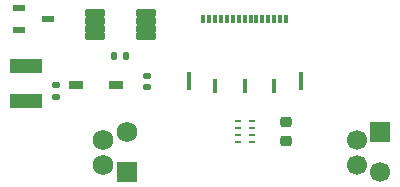
<source format=gbs>
%TF.GenerationSoftware,KiCad,Pcbnew,9.0.4*%
%TF.CreationDate,2026-02-10T01:39:38-05:00*%
%TF.ProjectId,main_board_peripheral_v3,6d61696e-5f62-46f6-9172-645f70657269,rev?*%
%TF.SameCoordinates,Original*%
%TF.FileFunction,Soldermask,Bot*%
%TF.FilePolarity,Negative*%
%FSLAX46Y46*%
G04 Gerber Fmt 4.6, Leading zero omitted, Abs format (unit mm)*
G04 Created by KiCad (PCBNEW 9.0.4) date 2026-02-10 01:39:38*
%MOMM*%
%LPD*%
G01*
G04 APERTURE LIST*
G04 Aperture macros list*
%AMRoundRect*
0 Rectangle with rounded corners*
0 $1 Rounding radius*
0 $2 $3 $4 $5 $6 $7 $8 $9 X,Y pos of 4 corners*
0 Add a 4 corners polygon primitive as box body*
4,1,4,$2,$3,$4,$5,$6,$7,$8,$9,$2,$3,0*
0 Add four circle primitives for the rounded corners*
1,1,$1+$1,$2,$3*
1,1,$1+$1,$4,$5*
1,1,$1+$1,$6,$7*
1,1,$1+$1,$8,$9*
0 Add four rect primitives between the rounded corners*
20,1,$1+$1,$2,$3,$4,$5,0*
20,1,$1+$1,$4,$5,$6,$7,0*
20,1,$1+$1,$6,$7,$8,$9,0*
20,1,$1+$1,$8,$9,$2,$3,0*%
G04 Aperture macros list end*
%ADD10R,1.700000X1.700000*%
%ADD11C,1.731000*%
%ADD12C,1.700000*%
%ADD13RoundRect,0.085500X-0.751500X-0.256500X0.751500X-0.256500X0.751500X0.256500X-0.751500X0.256500X0*%
%ADD14RoundRect,0.140000X-0.170000X0.140000X-0.170000X-0.140000X0.170000X-0.140000X0.170000X0.140000X0*%
%ADD15R,1.200000X0.750000*%
%ADD16R,0.300000X0.650000*%
%ADD17R,0.300000X1.200000*%
%ADD18R,0.400000X1.550000*%
%ADD19R,2.810000X1.180000*%
%ADD20R,0.530000X0.260000*%
%ADD21R,1.050000X0.600000*%
%ADD22RoundRect,0.225000X-0.250000X0.225000X-0.250000X-0.225000X0.250000X-0.225000X0.250000X0.225000X0*%
%ADD23RoundRect,0.140000X0.140000X0.170000X-0.140000X0.170000X-0.140000X-0.170000X0.140000X-0.170000X0*%
%ADD24RoundRect,0.140000X0.170000X-0.140000X0.170000X0.140000X-0.170000X0.140000X-0.170000X-0.140000X0*%
G04 APERTURE END LIST*
D10*
%TO.C,J2*%
X105000000Y-94500000D03*
D11*
X103050000Y-93875000D03*
X105000000Y-91100000D03*
X103050000Y-91725000D03*
%TD*%
D10*
%TO.C,J3*%
X126500000Y-91100000D03*
D12*
X124550000Y-91725000D03*
X126500000Y-94500000D03*
X124550000Y-93875000D03*
%TD*%
D13*
%TO.C,U1*%
X102350000Y-82975000D03*
X102350000Y-82325000D03*
X102350000Y-81675000D03*
X102350000Y-81025000D03*
X106650000Y-81025000D03*
X106650000Y-81675000D03*
X106650000Y-82325000D03*
X106650000Y-82975000D03*
%TD*%
D14*
%TO.C,C3*%
X106700000Y-86330000D03*
X106700000Y-87290000D03*
%TD*%
D15*
%TO.C,D1*%
X100710000Y-87120000D03*
X104110000Y-87120000D03*
%TD*%
D16*
%TO.C,J4*%
X118500000Y-81500000D03*
X118000000Y-81500000D03*
X117500000Y-81500000D03*
X117000000Y-81500000D03*
X116500000Y-81500000D03*
X116000000Y-81500000D03*
X115500000Y-81500000D03*
X115000000Y-81500000D03*
X114500000Y-81500000D03*
X114000000Y-81500000D03*
X113500000Y-81500000D03*
X113000000Y-81500000D03*
X112500000Y-81500000D03*
X112000000Y-81500000D03*
X111500000Y-81500000D03*
D17*
X117500000Y-87175000D03*
X115000000Y-87175000D03*
X112500000Y-87175000D03*
D18*
X119750000Y-86750000D03*
X110250000Y-86750000D03*
%TD*%
D19*
%TO.C,F1*%
X96500000Y-88485000D03*
X96500000Y-85515000D03*
%TD*%
D20*
%TO.C,PS1*%
X115600000Y-90100000D03*
X115600000Y-90700000D03*
X115600000Y-91300000D03*
X115600000Y-91900000D03*
X114400000Y-91900000D03*
X114400000Y-91300000D03*
X114400000Y-90700000D03*
X114400000Y-90100000D03*
%TD*%
D21*
%TO.C,Q1*%
X95900000Y-82450000D03*
X95900000Y-80550000D03*
X98350000Y-81500000D03*
%TD*%
D22*
%TO.C,C4*%
X118520000Y-90265000D03*
X118520000Y-91815000D03*
%TD*%
D23*
%TO.C,C2*%
X104920000Y-84670000D03*
X103960000Y-84670000D03*
%TD*%
D24*
%TO.C,C1*%
X99010000Y-88080000D03*
X99010000Y-87120000D03*
%TD*%
M02*

</source>
